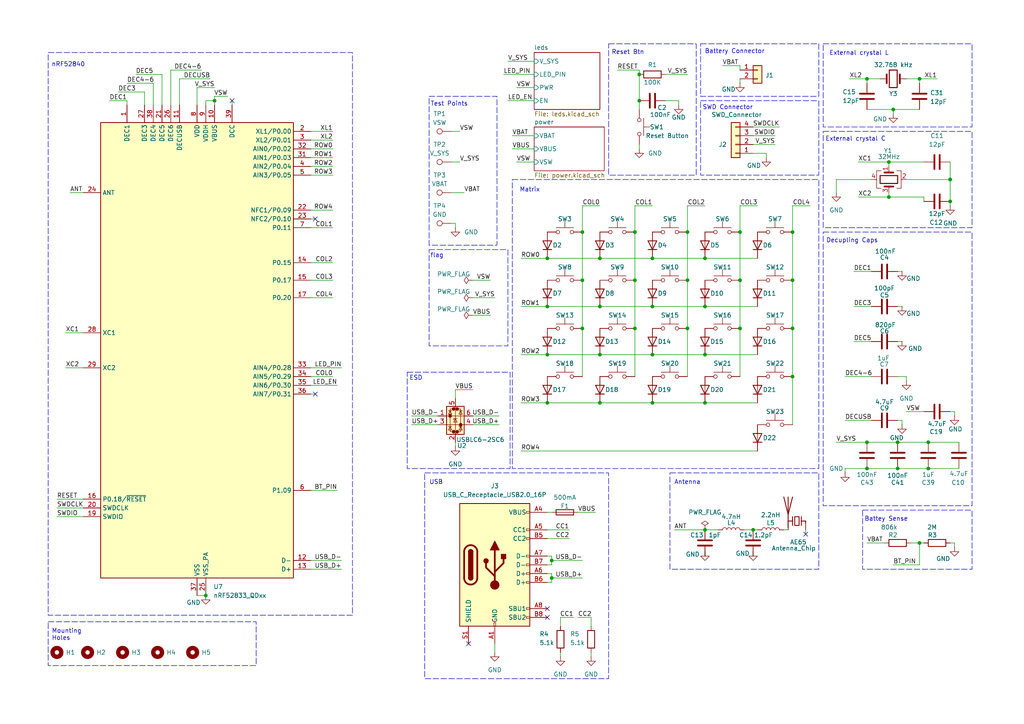
<source format=kicad_sch>
(kicad_sch (version 20241004) (generator "eeschema") (generator_version "8.99")
  (paper "A4")
  (rectangle (start 176.53 12.7) (end 201.93 50.8) (stroke (width 0) (type dash)))
  (rectangle (start 118.11 107.95) (end 147.955 135.89) (stroke (width 0) (type dash)))
  (rectangle (start 124.46 27.94) (end 144.145 71.12) (stroke (width 0) (type dash)))
  (rectangle (start 203.2 12.7) (end 237.49 27.94) (stroke (width 0) (type dash)))
  (rectangle (start 124.46 72.39) (end 147.32 100.33) (stroke (width 0) (type dash)))
  (rectangle (start 148.59 52.07) (end 237.49 135.89) (stroke (width 0) (type dash)))
  (rectangle (start 194.31 137.16) (end 237.49 165.1) (stroke (width 0) (type dash)))
  (rectangle (start 203.2 29.21) (end 237.49 50.8) (stroke (width 0) (type dash)))
  (rectangle (start 250.19 147.955) (end 281.94 165.1) (stroke (width 0) (type dash)))
  (rectangle (start 238.76 12.7) (end 281.94 36.83) (stroke (width 0) (type dash)))
  (rectangle (start 238.76 67.31) (end 281.94 146.685) (stroke (width 0) (type dash)))
  (rectangle (start 13.97 15.24) (end 102.235 178.435) (stroke (width 0) (type dash)))
  (rectangle (start 238.76 38.1) (end 281.94 66.04) (stroke (width 0) (type dash)))
  (rectangle (start 123.19 137.16) (end 176.53 196.85) (stroke (width 0) (type dash)))
  (rectangle (start 13.97 180.34) (end 74.295 193.04) (stroke (width 0) (type dash)))
  (text "Battery Connector\n" (at 213.106 14.986 0) (effects (font (size 1.27 1.27))))
  (text "Battey Sense\n" (at 257.048 150.622 0) (effects (font (size 1.27 1.27))))
  (text "USB\n" (at 126.492 139.954 0) (effects (font (size 1.27 1.27))))
  (text "Reset Btn" (at 182.118 15.24 0) (effects (font (size 1.27 1.27))))
  (text "Decupling Caps" (at 247.142 69.85 0) (effects (font (size 1.27 1.27))))
  (text "External crystal L\n" (at 249.174 15.494 0) (effects (font (size 1.27 1.27))))
  (text "flag\n" (at 126.746 74.168 0) (effects (font (size 1.27 1.27))))
  (text "Matrix\n" (at 153.67 55.118 0) (effects (font (size 1.27 1.27))))
  (text "External crystal C\n" (at 248.158 40.386 0) (effects (font (size 1.27 1.27))))
  (text "Mounting \nHoles" (at 14.986 184.15 0) (effects (font (size 1.27 1.27)) (justify left)))
  (text "Antenna\n\n" (at 199.39 140.97 0) (effects (font (size 1.27 1.27))))
  (text "Test Points\n" (at 130.302 30.226 0) (effects (font (size 1.27 1.27))))
  (text "nRF52840\n" (at 19.812 18.796 0) (effects (font (size 1.27 1.27))))
  (text "ESD\n" (at 120.65 109.728 0) (effects (font (size 1.27 1.27))))
  (text "SWD Connector\n" (at 211.074 31.242 0) (effects (font (size 1.27 1.27))))
  (junction (at 168.91 67.31))
  (junction (at 275.59 52.07))
  (junction (at 266.7 157.48))
  (junction (at 173.99 102.87))
  (junction (at 251.46 22.86))
  (junction (at 260.35 128.27))
  (junction (at 269.24 128.27))
  (junction (at 189.23 116.84))
  (junction (at 189.23 88.9))
  (junction (at 185.42 21.59))
  (junction (at 160.02 162.56))
  (junction (at 158.75 74.93))
  (junction (at 199.39 95.25))
  (junction (at 229.87 109.22))
  (junction (at 229.87 67.31))
  (junction (at 158.75 102.87))
  (junction (at 160.02 167.64))
  (junction (at 229.87 95.25))
  (junction (at 185.42 29.21))
  (junction (at 260.35 135.89))
  (junction (at 189.23 74.93))
  (junction (at 59.69 172.72))
  (junction (at 251.46 135.89))
  (junction (at 204.47 153.67))
  (junction (at 229.87 81.28))
  (junction (at 199.39 67.31))
  (junction (at 62.23 29.21))
  (junction (at 184.15 81.28))
  (junction (at 168.91 95.25))
  (junction (at 184.15 67.31))
  (junction (at 214.63 67.31))
  (junction (at 266.7 22.86))
  (junction (at 214.63 81.28))
  (junction (at 251.46 128.27))
  (junction (at 199.39 81.28))
  (junction (at 204.47 88.9))
  (junction (at 173.99 74.93))
  (junction (at 173.99 88.9))
  (junction (at 173.99 116.84))
  (junction (at 184.15 95.25))
  (junction (at 259.08 31.75))
  (junction (at 218.44 153.67))
  (junction (at 269.24 135.89))
  (junction (at 189.23 102.87))
  (junction (at 158.75 88.9))
  (junction (at 275.59 58.42))
  (junction (at 257.81 46.99))
  (junction (at 204.47 74.93))
  (junction (at 214.63 95.25))
  (junction (at 204.47 116.84))
  (junction (at 158.75 116.84))
  (junction (at 257.81 57.15))
  (junction (at 168.91 81.28))
  (junction (at 204.47 102.87))
  (no_connect (at 67.31 29.21))
  (no_connect (at 91.44 114.3))
  (no_connect (at 91.44 63.5))
  (no_connect (at 233.68 154.94))
  (no_connect (at 135.89 186.69))
  (no_connect (at 158.75 176.53))
  (no_connect (at 158.75 179.07))
  (wire (pts (xy 90.17 165.1) (xy 99.06 165.1)))
  (wire (pts (xy 151.13 88.9) (xy 158.75 88.9)))
  (wire (pts (xy 165.1 153.67) (xy 158.75 153.67)))
  (wire (pts (xy 262.89 22.86) (xy 266.7 22.86)))
  (wire (pts (xy 96.52 48.26) (xy 90.17 48.26)))
  (wire (pts (xy 257.81 46.99) (xy 257.81 48.26)))
  (wire (pts (xy 144.78 123.19) (xy 137.16 123.19)))
  (wire (pts (xy 59.69 29.21) (xy 59.69 30.48)))
  (wire (pts (xy 62.23 25.4) (xy 57.15 25.4)))
  (wire (pts (xy 158.75 168.91) (xy 160.02 168.91)))
  (wire (pts (xy 266.7 22.86) (xy 266.7 24.13)))
  (wire (pts (xy 247.65 88.9) (xy 252.73 88.9)))
  (wire (pts (xy 162.56 179.07) (xy 162.56 181.61)))
  (wire (pts (xy 34.29 26.67) (xy 41.91 26.67)))
  (wire (pts (xy 132.08 64.77) (xy 130.81 64.77)))
  (wire (pts (xy 19.05 96.52) (xy 24.13 96.52)))
  (wire (pts (xy 168.91 95.25) (xy 168.91 109.22)))
  (wire (pts (xy 261.62 99.06) (xy 260.35 99.06)))
  (wire (pts (xy 269.24 128.27) (xy 278.13 128.27)))
  (wire (pts (xy 275.59 52.07) (xy 275.59 58.42)))
  (wire (pts (xy 97.79 111.76) (xy 90.17 111.76)))
  (wire (pts (xy 166.37 179.07) (xy 162.56 179.07)))
  (wire (pts (xy 214.63 67.31) (xy 214.63 81.28)))
  (wire (pts (xy 259.08 31.75) (xy 266.7 31.75)))
  (wire (pts (xy 242.57 128.27) (xy 251.46 128.27)))
  (wire (pts (xy 173.99 88.9) (xy 189.23 88.9)))
  (wire (pts (xy 59.69 29.21) (xy 62.23 29.21)))
  (wire (pts (xy 262.89 110.49) (xy 262.89 109.22)))
  (wire (pts (xy 160.02 148.59) (xy 158.75 148.59)))
  (wire (pts (xy 158.75 166.37) (xy 160.02 166.37)))
  (wire (pts (xy 276.86 157.48) (xy 276.86 158.75)))
  (wire (pts (xy 199.39 95.25) (xy 199.39 109.22)))
  (wire (pts (xy 266.7 163.83) (xy 266.7 157.48)))
  (wire (pts (xy 251.46 128.27) (xy 260.35 128.27)))
  (wire (pts (xy 257.81 57.15) (xy 267.97 57.15)))
  (wire (pts (xy 96.52 50.8) (xy 90.17 50.8)))
  (wire (pts (xy 179.07 20.32) (xy 185.42 20.32)))
  (wire (pts (xy 184.15 95.25) (xy 184.15 109.22)))
  (wire (pts (xy 66.04 27.94) (xy 62.23 27.94)))
  (wire (pts (xy 185.42 31.75) (xy 185.42 29.21)))
  (wire (pts (xy 184.15 59.69) (xy 184.15 67.31)))
  (wire (pts (xy 196.85 29.21) (xy 193.04 29.21)))
  (wire (pts (xy 214.63 59.69) (xy 214.63 67.31)))
  (wire (pts (xy 16.51 147.32) (xy 24.13 147.32)))
  (wire (pts (xy 173.99 116.84) (xy 189.23 116.84)))
  (wire (pts (xy 46.99 21.59) (xy 46.99 30.48)))
  (wire (pts (xy 219.71 59.69) (xy 214.63 59.69)))
  (wire (pts (xy 143.51 86.36) (xy 137.16 86.36)))
  (wire (pts (xy 144.78 120.65) (xy 137.16 120.65)))
  (wire (pts (xy 199.39 21.59) (xy 193.04 21.59)))
  (wire (pts (xy 173.99 59.69) (xy 168.91 59.69)))
  (wire (pts (xy 261.62 88.9) (xy 260.35 88.9)))
  (wire (pts (xy 185.42 20.32) (xy 185.42 21.59)))
  (wire (pts (xy 262.89 119.38) (xy 267.97 119.38)))
  (wire (pts (xy 266.7 22.86) (xy 271.78 22.86)))
  (wire (pts (xy 259.08 33.02) (xy 259.08 31.75)))
  (wire (pts (xy 96.52 66.04) (xy 90.17 66.04)))
  (wire (pts (xy 39.37 21.59) (xy 46.99 21.59)))
  (wire (pts (xy 151.13 130.81) (xy 219.71 130.81)))
  (wire (pts (xy 149.86 46.99) (xy 154.94 46.99)))
  (wire (pts (xy 168.91 162.56) (xy 160.02 162.56)))
  (wire (pts (xy 251.46 22.86) (xy 251.46 24.13)))
  (wire (pts (xy 229.87 67.31) (xy 229.87 81.28)))
  (wire (pts (xy 204.47 161.29) (xy 204.47 160.02)))
  (wire (pts (xy 261.62 121.92) (xy 260.35 121.92)))
  (wire (pts (xy 96.52 43.18) (xy 90.17 43.18)))
  (wire (pts (xy 252.73 99.06) (xy 247.65 99.06)))
  (wire (pts (xy 204.47 88.9) (xy 219.71 88.9)))
  (wire (pts (xy 142.24 81.28) (xy 137.16 81.28)))
  (wire (pts (xy 62.23 27.94) (xy 62.23 29.21)))
  (wire (pts (xy 247.65 78.74) (xy 252.73 78.74)))
  (wire (pts (xy 224.79 39.37) (xy 218.44 39.37)))
  (wire (pts (xy 91.44 63.5) (xy 90.17 63.5)))
  (wire (pts (xy 132.08 129.54) (xy 132.08 128.27)))
  (wire (pts (xy 148.59 43.18) (xy 154.94 43.18)))
  (wire (pts (xy 143.51 186.69) (xy 143.51 189.23)))
  (wire (pts (xy 251.46 135.89) (xy 260.35 135.89)))
  (wire (pts (xy 276.86 119.38) (xy 275.59 119.38)))
  (wire (pts (xy 262.89 52.07) (xy 275.59 52.07)))
  (wire (pts (xy 91.44 114.3) (xy 90.17 114.3)))
  (wire (pts (xy 209.55 19.05) (xy 214.63 19.05)))
  (wire (pts (xy 134.62 55.88) (xy 130.81 55.88)))
  (wire (pts (xy 160.02 161.29) (xy 160.02 162.56)))
  (wire (pts (xy 245.11 121.92) (xy 252.73 121.92)))
  (wire (pts (xy 171.45 190.5) (xy 171.45 189.23)))
  (wire (pts (xy 261.62 121.92) (xy 261.62 123.19)))
  (wire (pts (xy 218.44 44.45) (xy 222.25 44.45)))
  (wire (pts (xy 222.25 44.45) (xy 222.25 45.72)))
  (wire (pts (xy 229.87 81.28) (xy 229.87 95.25)))
  (wire (pts (xy 171.45 179.07) (xy 171.45 181.61)))
  (wire (pts (xy 264.16 157.48) (xy 266.7 157.48)))
  (wire (pts (xy 173.99 74.93) (xy 189.23 74.93)))
  (wire (pts (xy 214.63 19.05) (xy 214.63 20.32)))
  (wire (pts (xy 133.35 46.99) (xy 130.81 46.99)))
  (wire (pts (xy 248.92 57.15) (xy 257.81 57.15)))
  (wire (pts (xy 226.06 36.83) (xy 218.44 36.83)))
  (wire (pts (xy 261.62 78.74) (xy 260.35 78.74)))
  (wire (pts (xy 96.52 76.2) (xy 90.17 76.2)))
  (wire (pts (xy 147.32 17.78) (xy 154.94 17.78)))
  (wire (pts (xy 267.97 57.15) (xy 267.97 58.42)))
  (wire (pts (xy 41.91 26.67) (xy 41.91 30.48)))
  (wire (pts (xy 257.81 57.15) (xy 257.81 55.88)))
  (wire (pts (xy 185.42 29.21) (xy 185.42 21.59)))
  (wire (pts (xy 204.47 116.84) (xy 219.71 116.84)))
  (wire (pts (xy 184.15 81.28) (xy 184.15 95.25)))
  (wire (pts (xy 189.23 74.93) (xy 204.47 74.93)))
  (wire (pts (xy 158.75 88.9) (xy 173.99 88.9)))
  (wire (pts (xy 62.23 29.21) (xy 62.23 30.48)))
  (wire (pts (xy 60.96 22.86) (xy 52.07 22.86)))
  (wire (pts (xy 49.53 20.32) (xy 49.53 30.48)))
  (wire (pts (xy 248.92 46.99) (xy 257.81 46.99)))
  (wire (pts (xy 133.35 38.1) (xy 130.81 38.1)))
  (wire (pts (xy 257.81 46.99) (xy 267.97 46.99)))
  (wire (pts (xy 158.75 102.87) (xy 173.99 102.87)))
  (wire (pts (xy 151.13 116.84) (xy 158.75 116.84)))
  (wire (pts (xy 172.72 148.59) (xy 167.64 148.59)))
  (wire (pts (xy 218.44 41.91) (xy 224.79 41.91)))
  (wire (pts (xy 266.7 157.48) (xy 267.97 157.48)))
  (wire (pts (xy 189.23 88.9) (xy 204.47 88.9)))
  (wire (pts (xy 275.59 58.42) (xy 275.59 59.69)))
  (wire (pts (xy 215.9 153.67) (xy 218.44 153.67)))
  (wire (pts (xy 245.11 135.89) (xy 245.11 137.16)))
  (wire (pts (xy 160.02 162.56) (xy 160.02 163.83)))
  (wire (pts (xy 251.46 157.48) (xy 256.54 157.48)))
  (wire (pts (xy 151.13 74.93) (xy 158.75 74.93)))
  (wire (pts (xy 218.44 153.67) (xy 219.71 153.67)))
  (wire (pts (xy 245.11 109.22) (xy 252.73 109.22)))
  (wire (pts (xy 276.86 119.38) (xy 276.86 120.65)))
  (wire (pts (xy 96.52 60.96) (xy 90.17 60.96)))
  (wire (pts (xy 119.38 123.19) (xy 127 123.19)))
  (wire (pts (xy 31.75 29.21) (xy 36.83 29.21)))
  (wire (pts (xy 168.91 67.31) (xy 168.91 81.28)))
  (wire (pts (xy 199.39 67.31) (xy 199.39 81.28)))
  (wire (pts (xy 165.1 156.21) (xy 158.75 156.21)))
  (wire (pts (xy 16.51 149.86) (xy 24.13 149.86)))
  (wire (pts (xy 132.08 113.03) (xy 132.08 115.57)))
  (wire (pts (xy 189.23 59.69) (xy 184.15 59.69)))
  (wire (pts (xy 96.52 109.22) (xy 90.17 109.22)))
  (wire (pts (xy 67.31 29.21) (xy 67.31 30.48)))
  (wire (pts (xy 251.46 31.75) (xy 259.08 31.75)))
  (wire (pts (xy 168.91 59.69) (xy 168.91 67.31)))
  (wire (pts (xy 132.08 64.77) (xy 132.08 66.04)))
  (wire (pts (xy 160.02 163.83) (xy 158.75 163.83)))
  (wire (pts (xy 160.02 167.64) (xy 160.02 168.91)))
  (wire (pts (xy 189.23 102.87) (xy 204.47 102.87)))
  (wire (pts (xy 199.39 81.28) (xy 199.39 95.25)))
  (wire (pts (xy 275.59 46.99) (xy 275.59 52.07)))
  (wire (pts (xy 242.57 52.07) (xy 242.57 55.88)))
  (wire (pts (xy 158.75 116.84) (xy 173.99 116.84)))
  (wire (pts (xy 96.52 45.72) (xy 90.17 45.72)))
  (wire (pts (xy 96.52 38.1) (xy 90.17 38.1)))
  (wire (pts (xy 262.89 109.22) (xy 260.35 109.22)))
  (wire (pts (xy 229.87 109.22) (xy 229.87 123.19)))
  (wire (pts (xy 199.39 59.69) (xy 199.39 67.31)))
  (wire (pts (xy 147.32 29.21) (xy 154.94 29.21)))
  (wire (pts (xy 146.05 21.59) (xy 154.94 21.59)))
  (wire (pts (xy 173.99 102.87) (xy 189.23 102.87)))
  (wire (pts (xy 208.28 153.67) (xy 204.47 153.67)))
  (wire (pts (xy 36.83 24.13) (xy 44.45 24.13)))
  (wire (pts (xy 16.51 144.78) (xy 24.13 144.78)))
  (wire (pts (xy 245.11 135.89) (xy 251.46 135.89)))
  (wire (pts (xy 204.47 102.87) (xy 219.71 102.87)))
  (wire (pts (xy 218.44 161.29) (xy 218.44 160.02)))
  (wire (pts (xy 269.24 135.89) (xy 278.13 135.89)))
  (wire (pts (xy 167.64 179.07) (xy 171.45 179.07)))
  (wire (pts (xy 227.33 153.67) (xy 228.6 153.67)))
  (wire (pts (xy 97.79 142.24) (xy 90.17 142.24)))
  (wire (pts (xy 96.52 40.64) (xy 90.17 40.64)))
  (wire (pts (xy 148.59 39.37) (xy 154.94 39.37)))
  (wire (pts (xy 162.56 190.5) (xy 162.56 189.23)))
  (wire (pts (xy 204.47 59.69) (xy 199.39 59.69)))
  (wire (pts (xy 96.52 81.28) (xy 90.17 81.28)))
  (wire (pts (xy 214.63 24.13) (xy 214.63 22.86)))
  (wire (pts (xy 234.95 59.69) (xy 229.87 59.69)))
  (wire (pts (xy 52.07 22.86) (xy 52.07 30.48)))
  (wire (pts (xy 57.15 25.4) (xy 57.15 30.48)))
  (wire (pts (xy 158.75 74.93) (xy 173.99 74.93)))
  (wire (pts (xy 260.35 135.89) (xy 269.24 135.89)))
  (wire (pts (xy 260.35 128.27) (xy 269.24 128.27)))
  (wire (pts (xy 142.24 91.44) (xy 137.16 91.44)))
  (wire (pts (xy 229.87 59.69) (xy 229.87 67.31)))
  (wire (pts (xy 196.85 30.48) (xy 196.85 29.21)))
  (wire (pts (xy 259.08 163.83) (xy 266.7 163.83)))
  (wire (pts (xy 36.83 29.21) (xy 36.83 30.48)))
  (wire (pts (xy 251.46 22.86) (xy 255.27 22.86)))
  (wire (pts (xy 229.87 95.25) (xy 229.87 109.22)))
  (wire (pts (xy 44.45 24.13) (xy 44.45 30.48)))
  (wire (pts (xy 99.06 106.68) (xy 90.17 106.68)))
  (wire (pts (xy 90.17 162.56) (xy 99.06 162.56)))
  (wire (pts (xy 137.16 113.03) (xy 132.08 113.03)))
  (wire (pts (xy 184.15 67.31) (xy 184.15 81.28)))
  (wire (pts (xy 151.13 102.87) (xy 158.75 102.87)))
  (wire (pts (xy 276.86 157.48) (xy 275.59 157.48)))
  (wire (pts (xy 149.86 25.4) (xy 154.94 25.4)))
  (wire (pts (xy 160.02 167.64) (xy 168.91 167.64)))
  (wire (pts (xy 246.38 22.86) (xy 251.46 22.86)))
  (wire (pts (xy 20.32 55.88) (xy 24.13 55.88)))
  (wire (pts (xy 195.58 153.67) (xy 204.47 153.67)))
  (wire (pts (xy 189.23 116.84) (xy 204.47 116.84)))
  (wire (pts (xy 168.91 81.28) (xy 168.91 95.25)))
  (wire (pts (xy 96.52 86.36) (xy 90.17 86.36)))
  (wire (pts (xy 214.63 95.25) (xy 214.63 109.22)))
  (wire (pts (xy 252.73 52.07) (xy 242.57 52.07)))
  (wire (pts (xy 119.38 120.65) (xy 127 120.65)))
  (wire (pts (xy 160.02 166.37) (xy 160.02 167.64)))
  (wire (pts (xy 185.42 43.18) (xy 185.42 41.91)))
  (wire (pts (xy 19.05 106.68) (xy 24.13 106.68)))
  (wire (pts (xy 58.42 20.32) (xy 49.53 20.32)))
  (wire (pts (xy 158.75 161.29) (xy 160.02 161.29)))
  (wire (pts (xy 233.68 154.94) (xy 233.68 153.67)))
  (wire (pts (xy 214.63 81.28) (xy 214.63 95.25)))
  (wire (pts (xy 57.15 172.72) (xy 59.69 172.72)))
  (wire (pts (xy 204.47 74.93) (xy 219.71 74.93)))
  (label "DEC4-6" (at 58.42 20.32 180))
  (label "USB_D+" (at 99.06 165.1 180))
  (label "VBUS" (at 142.24 91.44 180))
  (label "V_SYS" (at 224.79 41.91 180))
  (label "V_SYS" (at 62.23 25.4 180))
  (label "XL2" (at 246.38 22.86 0))
  (label "V_SYS" (at 242.57 128.27 0))
  (label "COL1" (at 96.52 66.04 180))
  (label "VBAT" (at 148.59 39.37 0))
  (label "USB_D+" (at 144.78 123.19 180))
  (label "ROW1" (at 151.13 88.9 0))
  (label "DEC5" (at 247.65 99.06 0))
  (label "SWDIO" (at 16.51 149.86 0))
  (label "V_SYS" (at 133.35 46.99 0))
  (label "RESET" (at 179.07 20.32 0))
  (label "DECUSB" (at 60.96 22.86 180))
  (label "COL3" (at 219.71 59.69 180))
  (label "BT_PIN" (at 97.79 142.24 180))
  (label "ROW0" (at 96.52 43.18 180))
  (label "V_SYS" (at 199.39 21.59 180))
  (label "ROW0" (at 151.13 74.93 0))
  (label "DEC1" (at 247.65 78.74 0))
  (label "CC1" (at 166.37 179.07 180))
  (label "DEC4-6" (at 245.11 109.22 0))
  (label "V_SYS" (at 143.51 86.36 180))
  (label "DEC3" (at 34.29 26.67 0))
  (label "LED_PIN" (at 146.05 21.59 0))
  (label "SWDCLK" (at 16.51 147.32 0))
  (label "VSW" (at 149.86 46.99 0))
  (label "XC1" (at 248.92 46.99 0))
  (label "ROW3" (at 151.13 116.84 0))
  (label "ROW2" (at 151.13 102.87 0))
  (label "VBUS" (at 137.16 113.03 180))
  (label "VBUS" (at 172.72 148.59 180))
  (label "VBAT" (at 209.55 19.05 0))
  (label "DEC4-6" (at 36.83 24.13 0))
  (label "VSW" (at 262.89 119.38 0))
  (label "USB_D-" (at 144.78 120.65 180))
  (label "XC2" (at 19.05 106.68 0))
  (label "LED_PIN" (at 99.06 106.68 180))
  (label "DEC1" (at 31.75 29.21 0))
  (label "SWDCLK" (at 226.06 36.83 180))
  (label "VBAT" (at 251.46 157.48 0))
  (label "USB_D+" (at 119.38 123.19 0))
  (label "CC2" (at 165.1 156.21 180))
  (label "CC2" (at 167.64 179.07 0))
  (label "SWDIO" (at 224.79 39.37 180))
  (label "DECUSB" (at 245.11 121.92 0))
  (label "VSW" (at 149.86 25.4 0))
  (label "COL4" (at 234.95 59.69 180))
  (label "ROW3" (at 96.52 50.8 180))
  (label "XC2" (at 248.92 57.15 0))
  (label "COL0" (at 173.99 59.69 180))
  (label "USB_D-" (at 119.38 120.65 0))
  (label "LED_EN" (at 147.32 29.21 0))
  (label "BT_PIN" (at 259.08 163.83 0))
  (label "USB_D+" (at 168.91 167.64 180))
  (label "XL2" (at 96.52 40.64 180))
  (label "COL3" (at 96.52 81.28 180))
  (label "USB_D-" (at 168.91 162.56 180))
  (label "ROW4" (at 151.13 130.81 0))
  (label "V_SYS" (at 147.32 17.78 0))
  (label "ANT" (at 20.32 55.88 0))
  (label "VSW" (at 66.04 27.94 180))
  (label "COL1" (at 189.23 59.69 180))
  (label "USB_D-" (at 99.06 162.56 180))
  (label "DEC3" (at 247.65 88.9 0))
  (label "VSW" (at 133.35 38.1 0))
  (label "LED_EN" (at 97.79 111.76 180))
  (label "ROW4" (at 96.52 60.96 180))
  (label "CC1" (at 165.1 153.67 180))
  (label "COL2" (at 204.47 59.69 180))
  (label "COL4" (at 96.52 86.36 180))
  (label "COL2" (at 96.52 76.2 180))
  (label "ANT" (at 195.58 153.67 0))
  (label "ROW2" (at 96.52 48.26 180))
  (label "VBAT" (at 134.62 55.88 0))
  (label "COL0" (at 96.52 109.22 180))
  (label "XC1" (at 19.05 96.52 0))
  (label "RESET" (at 16.51 144.78 0))
  (label "VBUS" (at 148.59 43.18 0))
  (label "ROW1" (at 96.52 45.72 180))
  (label "XL1" (at 271.78 22.86 180))
  (label "VSW" (at 142.24 81.28 180))
  (label "DEC5" (at 39.37 21.59 0))
  (label "XL1" (at 96.52 38.1 180))
  (symbol (lib_id "Switch:SW_Push") (at 194.31 95.25 0) (unit 1)
    (property "Reference" "SW15" (at 194.31 91.44 0))
    (property "Value" "SW_Push" (effects (hide yes)))
    (property "Footprint" "PCM_Switch_Keyboard_Hotswap_Kailh:SW_Hotswap_Kailh_Choc_V1V2_1.00u" (effects (hide yes)))
    (property "Description" "Push button switch, generic, two pins" (effects (hide yes)))
    (property "LCSC" "C5333465" (effects (hide yes)))
    (instances (project "koeg-board-pcb" (path "" (reference "SW15") (unit 1)) (path "" (reference "SW38") (unit 1))))
  )
  (symbol (lib_id "Switch:SW_Push") (at 163.83 67.31 0) (unit 1)
    (property "Reference" "SW3" (at 163.83 63.5 0))
    (property "Value" "SW_Push" (effects (hide yes)))
    (property "Footprint" "PCM_Switch_Keyboard_Hotswap_Kailh:SW_Hotswap_Kailh_Choc_V1V2_1.00u" (effects (hide yes)))
    (property "Description" "Push button switch, generic, two pins" (effects (hide yes)))
    (property "LCSC" "C5333465" (effects (hide yes)))
    (instances (project "koeg-board-pcb" (path "" (reference "SW3") (unit 1)) (path "" (reference "SW26") (unit 1))))
  )
  (symbol (lib_id "power:GND") (at 261.62 88.9 0) (unit 1)
    (property "Reference" "#PWR018" (effects (hide yes)))
    (property "Value" "GND" (at 264.922 90.932 0))
    (property "Description" "Power symbol creates a global label with name \"GND\" , ground" (effects (hide yes)))
    (instances (project "koeg-board-pcb" (path "" (reference "#PWR018") (unit 1)) (path "" (reference "#PWR074") (unit 1))))
  )
  (symbol (lib_id "Device:C") (at 271.78 58.42 90) (mirror x) (unit 1)
    (property "Reference" "C12" (at 271.526 64.516 90))
    (property "Value" "12pF" (at 271.78 61.976 90))
    (property "Footprint" "Capacitor_SMD:C_0402_1005Metric" (effects (hide yes)))
    (property "Description" "Unpolarized capacitor" (effects (hide yes)))
    (property "LCSC" "C106201" (effects (hide yes)))
    (instances (project "koeg-board-pcb" (path "" (reference "C12") (unit 1)) (path "" (reference "C28") (unit 1))))
  )
  (symbol (lib_id "Switch:SW_Push") (at 224.79 123.19 0) (unit 1)
    (property "Reference" "SW23" (at 224.79 119.38 0))
    (property "Value" "SW_Push" (effects (hide yes)))
    (property "Footprint" "PCM_Switch_Keyboard_Hotswap_Kailh:SW_Hotswap_Kailh_Choc_V1V2_1.75u_90deg" (effects (hide yes)))
    (property "Description" "Push button switch, generic, two pins" (effects (hide yes)))
    (property "LCSC" "C5333465" (effects (hide yes)))
    (instances (project "koeg-board-pcb" (path "" (reference "SW23") (unit 1)) (path "" (reference "SW46") (unit 1))))
  )
  (symbol (lib_id "Device:C") (at 266.7 27.94 180) (unit 1)
    (property "Reference" "C31" (at 269.748 26.924 0) (effects (justify right)))
    (property "Value" "12pF" (at 269.748 29.464 0) (effects (justify right)))
    (property "Footprint" "Capacitor_SMD:C_0402_1005Metric" (effects (hide yes)))
    (property "Description" "Unpolarized capacitor" (effects (hide yes)))
    (property "LCSC" "C106201" (effects (hide yes)))
    (instances (project "koeg-board-pcb" (path "" (reference "C31") (unit 1)) (path "" (reference "C32") (unit 1))))
  )
  (symbol (lib_id "Switch:SW_Push") (at 224.79 81.28 0) (unit 1)
    (property "Reference" "SW12" (at 224.79 77.47 0))
    (property "Value" "SW_Push" (effects (hide yes)))
    (property "Footprint" "PCM_Switch_Keyboard_Hotswap_Kailh:SW_Hotswap_Kailh_Choc_V1V2_1.00u" (effects (hide yes)))
    (property "Description" "Push button switch, generic, two pins" (effects (hide yes)))
    (property "LCSC" "C5333465" (effects (hide yes)))
    (instances (project "koeg-board-pcb" (path "" (reference "SW12") (unit 1)) (path "" (reference "SW35") (unit 1))))
  )
  (symbol (lib_id "power:GND") (at 276.86 120.65 0) (mirror y) (unit 1)
    (property "Reference" "#PWR023" (effects (hide yes)))
    (property "Value" "GND" (at 277.114 124.46 0))
    (property "Description" "Power symbol creates a global label with name \"GND\" , ground" (effects (hide yes)))
    (instances (project "koeg-board-pcb" (path "" (reference "#PWR023") (unit 1)) (path "" (reference "#PWR025") (unit 1))))
  )
  (symbol (lib_id "Mechanical:MountingHole") (at 55.88 189.23 180) (unit 1) (exclude_from_sim yes) (in_bom no)
    (property "Reference" "H5" (at 58.42 189.2299 0) (effects (justify right)))
    (property "Value" "MountingHole" (effects (hide yes)))
    (property "Footprint" "MountingHole:MountingHole_2mm" (effects (hide yes)))
    (property "Description" "Mounting Hole without connection" (effects (hide yes)))
    (instances (project "koeg-board-pcb" (path "" (reference "H5") (unit 1)) (path "" (reference "H10") (unit 1))))
  )
  (symbol (lib_id "power:GND") (at 218.44 160.02 0) (mirror y) (unit 1)
    (property "Reference" "#PWR039" (effects (hide yes)))
    (property "Value" "GND" (at 215.392 160.528 0))
    (property "Description" "Power symbol creates a global label with name \"GND\" , ground" (effects (hide yes)))
    (instances (project "koeg-board-pcb" (path "" (reference "#PWR039") (unit 1)) (path "" (reference "#PWR095") (unit 1))))
  )
  (symbol (lib_id "Connector:USB_C_Receptacle_USB2.0_16P") (at 143.51 163.83 0) (unit 1)
    (property "Reference" "J3" (at 143.51 140.97 0))
    (property "Value" "USB_C_Receptacle_USB2.0_16P" (at 143.51 143.51 0))
    (property "Footprint" "Connector_USB:USB_C_Receptacle_G-Switch_GT-USB-7010ASV" (effects (hide yes)))
    (property "Datasheet" "https://www.usb.org/sites/default/files/documents/usb_type-c.zip" (effects (hide yes)))
    (property "Description" "USB 2.0-only 16P Type-C Receptacle connector" (effects (hide yes)))
    (property "LCSC" "C2988369" (effects (hide yes)))
    (instances (project "" (path "" (reference "J3") (unit 1)) (path "" (reference "J6") (unit 1))))
  )
  (symbol (lib_id "Device:R") (at 162.56 185.42 0) (unit 1)
    (property "Reference" "R4" (at 156.464 183.896 0) (effects (justify left)))
    (property "Value" "5.1k" (at 156.464 186.436 0) (effects (justify left)))
    (property "Footprint" "Resistor_SMD:R_0402_1005Metric" (effects (hide yes)))
    (property "Description" "Resistor" (effects (hide yes)))
    (property "LCSC" "C25905" (effects (hide yes)))
    (instances (project "koeg-board-pcb" (path "" (reference "R4") (unit 1)) (path "" (reference "R11") (unit 1))))
  )
  (symbol (lib_id "Device:D") (at 204.47 99.06 90) (unit 1)
    (property "Reference" "D15" (at 205.994 99.06 90) (effects (justify right)))
    (property "Value" "1N5819" (effects (hide yes)))
    (property "Footprint" "Diode_SMD:D_SOD-123" (effects (hide yes)))
    (property "Description" "Diode" (effects (hide yes)))
    (property "Sim.Device" "D" (effects (hide yes)))
    (property "Sim.Pins" "1=K 2=A" (effects (hide yes)))
    (property "LCSC" "C963381" (effects (hide yes)))
    (instances (project "koeg-board-pcb" (path "" (reference "D15") (unit 1)) (path "" (reference "D57") (unit 1))))
  )
  (symbol (lib_id "Device:C") (at 271.78 119.38 90) (mirror x) (unit 1)
    (property "Reference" "C19" (at 271.526 125.222 90))
    (property "Value" "4.7uF" (at 271.78 122.936 90))
    (property "Footprint" "Capacitor_SMD:C_0603_1608Metric" (effects (hide yes)))
    (property "Description" "Unpolarized capacitor" (effects (hide yes)))
    (property "LCSC" "C1705" (effects (hide yes)))
    (instances (project "koeg-board-pcb" (path "" (reference "C19") (unit 1)) (path "" (reference "C24") (unit 1))))
  )
  (symbol (lib_id "power:GND") (at 162.56 190.5 0) (unit 1)
    (property "Reference" "#PWR041" (effects (hide yes)))
    (property "Value" "GND" (at 162.56 195.58 0))
    (property "Description" "Power symbol creates a global label with name \"GND\" , ground" (effects (hide yes)))
    (instances (project "koeg-board-pcb" (path "" (reference "#PWR041") (unit 1)) (path "" (reference "#PWR097") (unit 1))))
  )
  (symbol (lib_id "Device:D") (at 204.47 113.03 90) (unit 1)
    (property "Reference" "D20" (at 205.994 113.03 90) (effects (justify right)))
    (property "Value" "1N5819" (effects (hide yes)))
    (property "Footprint" "Diode_SMD:D_SOD-123" (effects (hide yes)))
    (property "Description" "Diode" (effects (hide yes)))
    (property "Sim.Device" "D" (effects (hide yes)))
    (property "Sim.Pins" "1=K 2=A" (effects (hide yes)))
    (property "LCSC" "C963381" (effects (hide yes)))
    (instances (project "koeg-board-pcb" (path "" (reference "D20") (unit 1)) (path "" (reference "D62") (unit 1))))
  )
  (symbol (lib_id "Mechanical:MountingHole") (at 35.56 189.23 180) (unit 1) (exclude_from_sim yes) (in_bom no)
    (property "Reference" "H3" (at 38.1 189.2299 0) (effects (justify right)))
    (property "Value" "MountingHole" (effects (hide yes)))
    (property "Footprint" "MountingHole:MountingHole_2mm" (effects (hide yes)))
    (property "Description" "Mounting Hole without connection" (effects (hide yes)))
    (instances (project "koeg-board-pcb" (path "" (reference "H3") (unit 1)) (path "" (reference "H8") (unit 1))))
  )
  (symbol (lib_id "power:PWR_FLAG") (at 137.16 86.36 90) (unit 1)
    (property "Reference" "#FLG04" (effects (hide yes)))
    (property "Value" "PWR_FLAG" (at 131.572 84.582 90))
    (property "Description" "Special symbol for telling ERC where power comes from" (effects (hide yes)))
    (instances (project "koeg-board-pcb" (path "" (reference "#FLG04") (unit 1)) (path "" (reference "#FLG012") (unit 1))))
  )
  (symbol (lib_id "power:GND") (at 242.57 55.88 0) (mirror y) (unit 1)
    (property "Reference" "#PWR027" (effects (hide yes)))
    (property "Value" "GND" (at 242.57 60.96 0))
    (property "Description" "Power symbol creates a global label with name \"GND\" , ground" (effects (hide yes)))
    (instances (project "koeg-board-pcb" (path "" (reference "#PWR027") (unit 1)) (path "" (reference "#PWR083") (unit 1))))
  )
  (symbol (lib_id "Switch:SW_Push") (at 179.07 67.31 0) (unit 1)
    (property "Reference" "SW4" (at 179.07 63.5 0))
    (property "Value" "SW_Push" (effects (hide yes)))
    (property "Footprint" "PCM_Switch_Keyboard_Hotswap_Kailh:SW_Hotswap_Kailh_Choc_V1V2_1.00u" (effects (hide yes)))
    (property "Description" "Push button switch, generic, two pins" (effects (hide yes)))
    (property "LCSC" "C5333465" (effects (hide yes)))
    (instances (project "koeg-board-pcb" (path "" (reference "SW4") (unit 1)) (path "" (reference "SW27") (unit 1))))
  )
  (symbol (lib_id "Device:D") (at 158.75 85.09 90) (unit 1)
    (property "Reference" "D7" (at 160.274 85.09 90) (effects (justify right)))
    (property "Value" "1N5819" (effects (hide yes)))
    (property "Footprint" "Diode_SMD:D_SOD-123" (effects (hide yes)))
    (property "Description" "Diode" (effects (hide yes)))
    (property "Sim.Device" "D" (effects (hide yes)))
    (property "Sim.Pins" "1=K 2=A" (effects (hide yes)))
    (property "LCSC" "C963381" (effects (hide yes)))
    (instances (project "koeg-board-pcb" (path "" (reference "D7") (unit 1)) (path "" (reference "D49") (unit 1))))
  )
  (symbol (lib_id "Device:D") (at 158.75 99.06 90) (unit 1)
    (property "Reference" "D12" (at 160.274 99.06 90) (effects (justify right)))
    (property "Value" "1N5819" (effects (hide yes)))
    (property "Footprint" "Diode_SMD:D_SOD-123" (effects (hide yes)))
    (property "Description" "Diode" (effects (hide yes)))
    (property "Sim.Device" "D" (effects (hide yes)))
    (property "Sim.Pins" "1=K 2=A" (effects (hide yes)))
    (property "LCSC" "C963381" (effects (hide yes)))
    (instances (project "koeg-board-pcb" (path "" (reference "D12") (unit 1)) (path "" (reference "D54") (unit 1))))
  )
  (symbol (lib_id "power:GND") (at 196.85 30.48 0) (unit 1)
    (property "Reference" "#PWR07" (effects (hide yes)))
    (property "Value" "GND" (at 198.882 34.036 0) (effects (justify right)))
    (property "Description" "Power symbol creates a global label with name \"GND\" , ground" (effects (hide yes)))
    (instances (project "koeg-board-pcb" (path "" (reference "#PWR07") (unit 1)) (path "" (reference "#PWR063") (unit 1))))
  )
  (symbol (lib_id "Switch:SW_Push") (at 163.83 81.28 0) (unit 1)
    (property "Reference" "SW8" (at 163.83 77.47 0))
    (property "Value" "SW_Push" (effects (hide yes)))
    (property "Footprint" "PCM_Switch_Keyboard_Hotswap_Kailh:SW_Hotswap_Kailh_Choc_V1V2_1.00u" (effects (hide yes)))
    (property "Description" "Push button switch, generic, two pins" (effects (hide yes)))
    (property "LCSC" "C5333465" (effects (hide yes)))
    (instances (project "koeg-board-pcb" (path "" (reference "SW8") (unit 1)) (path "" (reference "SW31") (unit 1))))
  )
  (symbol (lib_id "power:GND") (at 259.08 33.02 0) (unit 1)
    (property "Reference" "#PWR05" (effects (hide yes)))
    (property "Value" "GND" (at 257.302 34.544 0) (effects (justify right)))
    (property "Description" "Power symbol creates a global label with name \"GND\" , ground" (effects (hide yes)))
    (instances (project "koeg-board-pcb" (path "" (reference "#PWR05") (unit 1)) (path "" (reference "#PWR012") (unit 1))))
  )
  (symbol (lib_id "Connector:TestPoint") (at 130.81 64.77 90) (unit 1) (in_bom no)
    (property "Reference" "TP4" (at 127.508 59.69 90))
    (property "Value" "GND" (at 127.508 62.23 90))
    (property "Footprint" "TestPoint:TestPoint_Pad_D2.0mm" (effects (hide yes)))
    (property "Description" "test point" (effects (hide yes)))
    (instances (project "koeg-board-pcb" (path "" (reference "TP4") (unit 1)) (path "" (reference "TP8") (unit 1))))
  )
  (symbol (lib_id "Device:C") (at 218.44 157.48 0) (unit 1)
    (property "Reference" "C14" (at 214.376 155.194 0) (effects (justify left)))
    (property "Value" "1.2pF" (at 218.694 155.194 0) (effects (justify left)))
    (property "Footprint" "Capacitor_SMD:C_0402_1005Metric" (effects (hide yes)))
    (property "Description" "Unpolarized capacitor" (effects (hide yes)))
    (property "LCSC" " C327292" (effects (hide yes)))
    (instances (project "koeg-board-pcb" (path "" (reference "C14") (unit 1)) (path "" (reference "C30") (unit 1))))
  )
  (symbol (lib_id "Switch:SW_Push") (at 209.55 95.25 0) (unit 1)
    (property "Reference" "SW16" (at 209.55 91.44 0))
    (property "Value" "SW_Push" (effects (hide yes)))
    (property "Footprint" "PCM_Switch_Keyboard_Hotswap_Kailh:SW_Hotswap_Kailh_Choc_V1V2_1.00u" (effects (hide yes)))
    (property "Description" "Push button switch, generic, two pins" (effects (hide yes)))
    (property "LCSC" "C5333465" (effects (hide yes)))
    (instances (project "koeg-board-pcb" (path "" (reference "SW16") (unit 1)) (path "" (reference "SW39") (unit 1))))
  )
  (symbol (lib_id "power:GND") (at 245.11 137.16 0) (unit 1)
    (property "Reference" "#PWR024" (effects (hide yes)))
    (property "Value" "GND" (at 242.57 135.89 0))
    (property "Description" "Power symbol creates a global label with name \"GND\" , ground" (effects (hide yes)))
    (instances (project "koeg-board-pcb" (path "" (reference "#PWR024") (unit 1)) (path "" (reference "#PWR080") (unit 1))))
  )
  (symbol (lib_id "MCU_Nordic:nRF52833_QDxx") (at 57.15 101.6 0) (unit 1)
    (property "Reference" "U7" (at 61.8841 170.18 0) (effects (justify left)))
    (property "Value" "nRF52833_QDxx" (at 61.8841 172.72 0) (effects (justify left)))
    (property "Footprint" "Package_DFN_QFN:QFN-40-1EP_5x5mm_P0.4mm_EP3.6x3.6mm" (effects (hide yes)))
    (property "Datasheet" "https://infocenter.nordicsemi.com/pdf/nRF52833_PS_v1.5.pdf" (effects (hide yes)))
    (property "Description" "Multiprotocol BLE/ANT/2.4 GHz/802.15.4 Cortex-M4F SoC, QFN-40" (effects (hide yes)))
    (property "LCSC" "C2895249" (effects (hide yes)))
    (instances (project "" (path "" (reference "U7") (unit 1)) (path "" (reference "U8") (unit 1))))
  )
  (symbol (lib_id "Device:C") (at 256.54 88.9 90) (unit 1)
    (property "Reference" "C5" (at 256.54 85.598 90))
    (property "Value" "100pF" (at 256.54 83.566 90))
    (property "Footprint" "Capacitor_SMD:C_0402_1005Metric" (effects (hide yes)))
    (property "Description" "Unpolarized capacitor" (effects (hide yes)))
    (property "LCSC" " C77177" (effects (hide yes)))
    (instances (project "koeg-board-pcb" (path "" (reference "C5") (unit 1)) (path "" (reference "C21") (unit 1))))
  )
  (symbol (lib_id "Device:C") (at 271.78 46.99 90) (unit 1)
    (property "Reference" "C11" (at 271.78 39.37 90))
    (property "Value" "12pF" (at 271.78 41.91 90))
    (property "Footprint" "Capacitor_SMD:C_0402_1005Metric" (effects (hide yes)))
    (property "Description" "Unpolarized capacitor" (effects (hide yes)))
    (property "LCSC" "C106201" (effects (hide yes)))
    (instances (project "koeg-board-pcb" (path "" (reference "C11") (unit 1)) (path "" (reference "C27") (unit 1))))
  )
  (symbol (lib_id "power:GND") (at 261.62 78.74 0) (unit 1)
    (property "Reference" "#PWR017" (effects (hide yes)))
    (property "Value" "GND" (at 264.922 80.772 0))
    (property "Description" "Power symbol creates a global label with name \"GND\" , ground" (effects (hide yes)))
    (instances (project "koeg-board-pcb" (path "" (reference "#PWR017") (unit 1)) (path "" (reference "#PWR073") (unit 1))))
  )
  (symbol (lib_id "Device:D") (at 204.47 85.09 90) (unit 1)
    (property "Reference" "D10" (at 205.994 85.09 90) (effects (justify right)))
    (property "Value" "1N5819" (effects (hide yes)))
    (property "Footprint" "Diode_SMD:D_SOD-123" (effects (hide yes)))
    (property "Description" "Diode" (effects (hide yes)))
    (property "Sim.Device" "D" (effects (hide yes)))
    (property "Sim.Pins" "1=K 2=A" (effects (hide yes)))
    (property "LCSC" "C963381" (effects (hide yes)))
    (instances (project "koeg-board-pcb" (path "" (reference "D10") (unit 1)) (path "" (reference "D52") (unit 1))))
  )
  (symbol (lib_id "Switch:SW_Push") (at 163.83 109.22 0) (unit 1)
    (property "Reference" "SW18" (at 163.83 105.41 0))
    (property "Value" "SW_Push" (effects (hide yes)))
    (property "Footprint" "PCM_Switch_Keyboard_Hotswap_Kailh:SW_Hotswap_Kailh_Choc_V1V2_1.00u" (effects (hide yes)))
    (property "Description" "Push button switch, generic, two pins" (effects (hide yes)))
    (property "LCSC" "C5333465" (effects (hide yes)))
    (instances (project "koeg-board-pcb" (path "" (reference "SW18") (unit 1)) (path "" (reference "SW41") (unit 1))))
  )
  (symbol (lib_id "Device:D") (at 173.99 99.06 90) (unit 1)
    (property "Reference" "D13" (at 175.514 99.06 90) (effects (justify right)))
    (property "Value" "1N5819" (effects (hide yes)))
    (property "Footprint" "Diode_SMD:D_SOD-123" (effects (hide yes)))
    (property "Description" "Diode" (effects (hide yes)))
    (property "Sim.Device" "D" (effects (hide yes)))
    (property "Sim.Pins" "1=K 2=A" (effects (hide yes)))
    (property "LCSC" "C963381" (effects (hide yes)))
    (instances (project "koeg-board-pcb" (path "" (reference "D13") (unit 1)) (path "" (reference "D55") (unit 1))))
  )
  (symbol (lib_id "Device:Antenna_Chip") (at 231.14 151.13 0) (mirror y) (unit 1)
    (property "Reference" "AE65" (at 229.108 157.226 0) (effects (justify right)))
    (property "Value" "Antenna_Chip" (at 223.774 159.004 0) (effects (justify right)))
    (property "Footprint" "2450AT42A100E:ANTC5020X110N" (effects (hide yes)))
    (property "Description" "Ceramic chip antenna with pin for PCB trace" (effects (hide yes)))
    (property "LCSC" "C2917719" (effects (hide yes)))
    (instances (project "" (path "" (reference "AE65") (unit 1)) (path "" (reference "AE66") (unit 1))))
  )
  (symbol (lib_id "power:GND") (at 214.63 24.13 0) (unit 1)
    (property "Reference" "#PWR013" (effects (hide yes)))
    (property "Value" "GND" (at 211.328 25.908 0))
    (property "Description" "Power symbol creates a global label with name \"GND\" , ground" (effects (hide yes)))
    (instances (project "koeg-board-pcb" (path "" (reference "#PWR013") (unit 1)) (path "" (reference "#PWR069") (unit 1))))
  )
  (symbol (lib_id "Device:C") (at 251.46 27.94 180) (unit 1)
    (property "Reference" "C15" (at 244.348 26.67 0) (effects (justify right)))
    (property "Value" "12pF" (at 244.348 29.21 0) (effects (justify right)))
    (property "Footprint" "Capacitor_SMD:C_0402_1005Metric" (effects (hide yes)))
    (property "Description" "Unpolarized capacitor" (effects (hide yes)))
    (property "LCSC" "C106201" (effects (hide yes)))
    (instances (project "koeg-board-pcb" (path "" (reference "C15") (unit 1)) (path "" (reference "C16") (unit 1))))
  )
  (symbol (lib_id "power:GND") (at 276.86 158.75 0) (unit 1)
    (property "Reference" "#PWR026" (effects (hide yes)))
    (property "Value" "GND" (at 271.526 162.052 0) (effects (justify left)))
    (property "Description" "Power symbol creates a global label with name \"GND\" , ground" (effects (hide yes)))
    (instances (project "koeg-board-pcb" (path "" (reference "#PWR026") (unit 1)) (path "" (reference "#PWR082") (unit 1))))
  )
  (symbol (lib_id "Device:D") (at 189.23 113.03 90) (unit 1)
    (property "Reference" "D19" (at 190.754 113.03 90) (effects (justify right)))
    (property "Value" "1N5819" (effects (hide yes)))
    (property "Footprint" "Diode_SMD:D_SOD-123" (effects (hide yes)))
    (property "Description" "Diode" (effects (hide yes)))
    (property "Sim.Device" "D" (effects (hide yes)))
    (property "Sim.Pins" "1=K 2=A" (effects (hide yes)))
    (property "LCSC" "C963381" (effects (hide yes)))
    (instances (project "koeg-board-pcb" (path "" (reference "D19") (unit 1)) (path "" (reference "D61") (unit 1))))
  )
  (symbol (lib_id "Switch:SW_Push") (at 194.31 67.31 0) (unit 1)
    (property "Reference" "SW5" (at 194.31 63.5 0))
    (property "Value" "SW_Push" (effects (hide yes)))
    (property "Footprint" "PCM_Switch_Keyboard_Hotswap_Kailh:SW_Hotswap_Kailh_Choc_V1V2_1.00u" (effects (hide yes)))
    (property "Description" "Push button switch, generic, two pins" (effects (hide yes)))
    (property "LCSC" "C5333465" (effects (hide yes)))
    (instances (project "koeg-board-pcb" (path "" (reference "SW5") (unit 1)) (path "" (reference "SW28") (unit 1))))
  )
  (symbol (lib_id "power:GND") (at 275.59 59.69 0) (mirror y) (unit 1)
    (property "Reference" "#PWR028" (effects (hide yes)))
    (property "Value" "GND" (at 275.59 64.77 0))
    (property "Description" "Power symbol creates a global label with name \"GND\" , ground" (effects (hide yes)))
    (instances (project "koeg-board-pcb" (path "" (reference "#PWR028") (unit 1)) (path "" (reference "#PWR084") (unit 1))))
  )
  (symbol (lib_id "power:GND") (at 132.08 66.04 0) (unit 1)
    (property "Reference" "#PWR068" (effects (hide yes)))
    (property "Value" "GND" (at 134.62 67.3099 0) (effects (justify left)))
    (property "Description" "Power symbol creates a global label with name \"GND\" , ground" (effects (hide yes)))
    (instances (project "koeg-board-pcb" (path "" (reference "#PWR068") (unit 1)) (path "" (reference "#PWR070") (unit 1))))
  )
  (symbol (lib_id "Device:Crystal_GND24") (at 257.81 52.07 270) (unit 1)
    (property "Reference" "Y1" (at 257.556 43.688 90))
    (property "Value" "32MHz" (at 257.81 45.466 90))
    (property "Footprint" "Crystal:Crystal_SMD_2520-4Pin_2.5x2.0mm" (effects (hide yes)))
    (property "Description" "JYJE 2TJ432000NYFBC" (effects (hide yes)))
    (property "LCSC" "C2149238" (effects (hide yes)))
    (instances (project "koeg-board-pcb" (path "" (reference "Y1") (unit 1)) (path "" (reference "Y2") (unit 1))))
  )
  (symbol (lib_id "Connector:TestPoint") (at 130.81 55.88 90) (unit 1) (in_bom no)
    (property "Reference" "TP3" (at 127.508 50.8 90))
    (property "Value" "VBAT" (at 127.508 53.34 90))
    (property "Footprint" "TestPoint:TestPoint_Pad_D2.0mm" (effects (hide yes)))
    (property "Description" "test point" (effects (hide yes)))
    (instances (project "koeg-board-pcb" (path "" (reference "TP3") (unit 1)) (path "" (reference "TP7") (unit 1))))
  )
  (symbol (lib_id "Device:D") (at 173.99 71.12 90) (unit 1)
    (property "Reference" "D3" (at 175.514 71.12 90) (effects (justify right)))
    (property "Value" "1N5819" (effects (hide yes)))
    (property "Footprint" "Diode_SMD:D_SOD-123" (effects (hide yes)))
    (property "Description" "Diode" (effects (hide yes)))
    (property "Sim.Device" "D" (effects (hide yes)))
    (property "Sim.Pins" "1=K 2=A" (effects (hide yes)))
    (property "LCSC" "C963381" (effects (hide yes)))
    (instances (project "koeg-board-pcb" (path "" (reference "D3") (unit 1)) (path "" (reference "D45") (unit 1))))
  )
  (symbol (lib_id "Device:C") (at 189.23 29.21 270) (unit 1)
    (property "Reference" "C2" (at 192.024 31.242 90))
    (property "Value" "100nF" (at 191.516 33.274 90))
    (property "Footprint" "Capacitor_SMD:C_0402_1005Metric" (effects (hide yes)))
    (property "Description" "Unpolarized capacitor" (effects (hide yes)))
    (property "LCSC" "C60474" (effects (hide yes)))
    (instances (project "koeg-board-pcb" (path "" (reference "C2") (unit 1)) (path "" (reference "C18") (unit 1))))
  )
  (symbol (lib_id "power:PWR_FLAG") (at 137.16 81.28 90) (unit 1)
    (property "Reference" "#FLG03" (effects (hide yes)))
    (property "Value" "PWR_FLAG" (at 131.572 79.502 90))
    (property "Description" "Special symbol for telling ERC where power comes from" (effects (hide yes)))
    (instances (project "koeg-board-pcb" (path "" (reference "#FLG03") (unit 1)) (path "" (reference "#FLG011") (unit 1))))
  )
  (symbol (lib_id "Switch:SW_Push") (at 163.83 95.25 0) (unit 1)
    (property "Reference" "SW13" (at 163.83 91.44 0))
    (property "Value" "SW_Push" (effects (hide yes)))
    (property "Footprint" "PCM_Switch_Keyboard_Hotswap_Kailh:SW_Hotswap_Kailh_Choc_V1V2_1.00u" (effects (hide yes)))
    (property "Description" "Push button switch, generic, two pins" (effects (hide yes)))
    (property "LCSC" "C5333465" (effects (hide yes)))
    (instances (project "koeg-board-pcb" (path "" (reference "SW13") (unit 1)) (path "" (reference "SW36") (unit 1))))
  )
  (symbol (lib_id "Device:D") (at 189.23 71.12 90) (unit 1)
    (property "Reference" "D4" (at 190.754 71.12 90) (effects (justify right)))
    (property "Value" "1N5819" (effects (hide yes)))
    (property "Footprint" "Diode_SMD:D_SOD-123" (effects (hide yes)))
    (property "Description" "Diode" (effects (hide yes)))
    (property "Sim.Device" "D" (effects (hide yes)))
    (property "Sim.Pins" "1=K 2=A" (effects (hide yes)))
    (property "LCSC" "C963381" (effects (hide yes)))
    (instances (project "koeg-board-pcb" (path "" (reference "D4") (unit 1)) (path "" (reference "D46") (unit 1))))
  )
  (symbol (lib_id "Device:C") (at 251.46 132.08 180) (unit 1)
    (property "Reference" "C43" (at 251.46 139.954 0))
    (property "Value" "100nF" (at 251.46 137.668 0))
    (property "Footprint" "Capacitor_SMD:C_0402_1005Metric" (effects (hide yes)))
    (property "Description" "Unpolarized capacitor" (effects (hide yes)))
    (property "LCSC" "C60474" (effects (hide yes)))
    (instances (project "koeg-board-pcb" (path "" (reference "C43") (unit 1)) (path "" (reference "C44") (unit 1))))
  )
  (symbol (lib_id "power:GND") (at 261.62 99.06 0) (unit 1)
    (property "Reference" "#PWR019" (effects (hide yes)))
    (property "Value" "GND" (at 265.43 101.092 0))
    (property "Description" "Power symbol creates a global label with name \"GND\" , ground" (effects (hide yes)))
    (instances (project "koeg-board-pcb" (path "" (reference "#PWR019") (unit 1)) (path "" (reference "#PWR075") (unit 1))))
  )
  (symbol (lib_id "Device:D") (at 189.23 99.06 90) (unit 1)
    (property "Reference" "D14" (at 190.754 99.06 90) (effects (justify right)))
    (property "Value" "1N5819" (effects (hide yes)))
    (property "Footprint" "Diode_SMD:D_SOD-123" (effects (hide yes)))
    (property "Description" "Diode" (effects (hide yes)))
    (property "Sim.Device" "D" (effects (hide yes)))
    (property "Sim.Pins" "1=K 2=A" (effects (hide yes)))
    (property "LCSC" "C963381" (effects (hide yes)))
    (instances (project "koeg-board-pcb" (path "" (reference "D14") (unit 1)) (path "" (reference "D56") (unit 1))))
  )
  (symbol (lib_id "power:PWR_FLAG") (at 204.47 153.67 0) (unit 1)
    (property "Reference" "#FLG05" (effects (hide yes)))
    (property "Value" "PWR_FLAG" (at 204.47 148.59 0))
    (property "Description" "Special symbol for telling ERC where power comes from" (effects (hide yes)))
    (instances (project "koeg-board-pcb" (path "" (reference "#FLG05") (unit 1)) (path "" (reference "#FLG013") (unit 1))))
  )
  (symbol (lib_id "power:GND") (at 222.25 45.72 0) (unit 1)
    (property "Reference" "#PWR08" (effects (hide yes)))
    (property "Value" "GND" (at 220.726 48.006 0) (effects (justify right)))
    (property "Description" "Power symbol creates a global label with name \"GND\" , ground" (effects (hide yes)))
    (instances (project "koeg-board-pcb" (path "" (reference "#PWR08") (unit 1)) (path "" (reference "#PWR064") (unit 1))))
  )
  (symbol (lib_id "Switch:SW_Push") (at 179.07 81.28 0) (unit 1)
    (property "Reference" "SW9" (at 179.07 77.47 0))
    (property "Value" "SW_Push" (effects (hide yes)))
    (property "Footprint" "PCM_Switch_Keyboard_Hotswap_Kailh:SW_Hotswap_Kailh_Choc_V1V2_1.00u" (effects (hide yes)))
    (property "Description" "Push button switch, generic, two pins" (effects (hide yes)))
    (property "LCSC" "C5333465" (effects (hide yes)))
    (instances (project "koeg-board-pcb" (path "" (reference "SW9") (unit 1)) (path "" (reference "SW32") (unit 1))))
  )
  (symbol (lib_id "Device:D") (at 219.71 85.09 90) (unit 1)
    (property "Reference" "D11" (at 221.234 85.09 90) (effects (justify right)))
    (property "Value" "1N5819" (effects (hide yes)))
    (property "Footprint" "Diode_SMD:D_SOD-123" (effects (hide yes)))
    (property "Description" "Diode" (effects (hide yes)))
    (property "Sim.Device" "D" (effects (hide yes)))
    (property "Sim.Pins" "1=K 2=A" (effects (hide yes)))
    (property "LCSC" "C963381" (effects (hide yes)))
    (instances (project "koeg-board-pcb" (path "" (reference "D11") (unit 1)) (path "" (reference "D53") (unit 1))))
  )
  (symbol (lib_id "Connector:TestPoint") (at 130.81 38.1 90) (unit 1) (in_bom no)
    (property "Reference" "TP1" (at 127.508 33.02 90))
    (property "Value" "VSW" (at 127.508 35.56 90))
    (property "Footprint" "TestPoint:TestPoint_Pad_D2.0mm" (effects (hide yes)))
    (property "Description" "test point" (effects (hide yes)))
    (instances (project "" (path "" (reference "TP1") (unit 1)) (path "" (reference "TP5") (unit 1))))
  )
  (symbol (lib_id "power:GND") (at 204.47 160.02 0) (mirror y) (unit 1)
    (property "Reference" "#PWR038" (effects (hide yes)))
    (property "Value" "GND" (at 200.914 160.782 0))
    (property "Description" "Power symbol creates a global label with name \"GND\" , ground" (effects (hide yes)))
    (instances (project "koeg-board-pcb" (path "" (reference "#PWR038") (unit 1)) (path "" (reference "#PWR094") (unit 1))))
  )
  (symbol (lib_id "Device:C") (at 256.54 121.92 90) (unit 1)
    (property "Reference" "C9" (at 256.54 118.364 90))
    (property "Value" "4.7uF" (at 256.54 116.586 90))
    (property "Footprint" "Capacitor_SMD:C_0402_1005Metric" (effects (hide yes)))
    (property "Description" "Unpolarized capacitor" (effects (hide yes)))
    (property "LCSC" "C307423" (effects (hide yes)))
    (instances (project "koeg-board-pcb" (path "" (reference "C9") (unit 1)) (path "" (reference "C25") (unit 1))))
  )
  (symbol (lib_id "Switch:SW_Push") (at 224.79 95.25 0) (unit 1)
    (property "Reference" "SW17" (at 224.79 91.44 0))
    (property "Value" "SW_Push" (effects (hide yes)))
    (property "Footprint" "PCM_Switch_Keyboard_Hotswap_Kailh:SW_Hotswap_Kailh_Choc_V1V2_1.00u" (effects (hide yes)))
    (property "Description" "Push button switch, generic, two pins" (effects (hide yes)))
    (property "LCSC" "C5333465" (effects (hide yes)))
    (instances (project "koeg-board-pcb" (path "" (reference "SW17") (unit 1)) (path "" (reference "SW40") (unit 1))))
  )
  (symbol (lib_id "Switch:SW_Push") (at 179.07 109.22 0) (unit 1)
    (property "Reference" "SW19" (at 179.07 105.41 0))
    (property "Value" "SW_Push" (effects (hide yes)))
    (property "Footprint" "PCM_Switch_Keyboard_Hotswap_Kailh:SW_Hotswap_Kailh_Choc_V1V2_1.00u" (effects (hide yes)))
    (property "Description" "Push button switch, generic, two pins" (effects (hide yes)))
    (property "LCSC" "C5333465" (effects (hide yes)))
    (instances (project "koeg-board-pcb" (path "" (reference "SW19") (unit 1)) (path "" (reference "SW42") (unit 1))))
  )
  (symbol (lib_id "power:GND") (at 59.69 172.72 0) (unit 1)
    (property "Reference" "#PWR040" (effects (hide yes)))
    (property "Value" "GND" (at 56.134 174.752 0))
    (property "Description" "Power symbol creates a global label with name \"GND\" , ground" (effects (hide yes)))
    (instances (project "koeg-board-pcb" (path "" (reference "#PWR040") (unit 1)) (path "" (reference "#PWR096") (unit 1))))
  )
  (symbol (lib_id "Device:C") (at 204.47 157.48 180) (unit 1)
    (property "Reference" "C13" (at 200.152 155.194 0) (effects (justify right)))
    (property "Value" "1pF" (at 205.486 155.194 0) (effects (justify right)))
    (property "Footprint" "Capacitor_SMD:C_0402_1005Metric" (effects (hide yes)))
    (property "Description" "Unpolarized capacitor" (effects (hide yes)))
    (property "LCSC" "C309455" (effects (hide yes)))
    (instances (project "koeg-board-pcb" (path "" (reference "C13") (unit 1)) (path "" (reference "C29") (unit 1))))
  )
  (symbol (lib_id "Device:D") (at 219.71 113.03 90) (unit 1)
    (property "Reference" "D21" (at 221.234 113.03 90) (effects (justify right)))
    (property "Value" "1N5819" (effects (hide yes)))
    (property "Footprint" "Diode_SMD:D_SOD-123" (effects (hide yes)))
    (property "Description" "Diode" (effects (hide yes)))
    (property "Sim.Device" "D" (effects (hide yes)))
    (property "Sim.Pins" "1=K 2=A" (effects (hide yes)))
    (property "LCSC" "C963381" (effects (hide yes)))
    (instances (project "koeg-board-pcb" (path "" (reference "D21") (unit 1)) (path "" (reference "D63") (unit 1))))
  )
  (symbol (lib_id "Mechanical:MountingHole") (at 45.72 189.23 180) (unit 1) (exclude_from_sim yes) (in_bom no)
    (property "Reference" "H4" (at 48.26 189.2299 0) (effects (justify right)))
    (property "Value" "MountingHole" (effects (hide yes)))
    (property "Footprint" "MountingHole:MountingHole_2mm" (effects (hide yes)))
    (property "Description" "Mounting Hole without connection" (effects (hide yes)))
    (instances (project "koeg-board-pcb" (path "" (reference "H4") (unit 1)) (path "" (reference "H9") (unit 1))))
  )
  (symbol (lib_id "Device:Fuse") (at 163.83 148.59 270) (unit 1)
    (property "Reference" "F1" (at 163.83 146.812 90))
    (property "Value" "500mA" (at 163.83 144.272 90))
    (property "Footprint" "Fuse:Fuse_0603_1608Metric" (effects (hide yes)))
    (property "Description" "Fuse" (effects (hide yes)))
    (property "LCSC" "C210357" (effects (hide yes)))
    (instances (project "koeg-board-pcb" (path "" (reference "F1") (unit 1)) (path "" (reference "F2") (unit 1))))
  )
  (symbol (lib_id "Device:D") (at 158.75 71.12 90) (unit 1)
    (property "Reference" "D2" (at 160.274 71.12 90) (effects (justify right)))
    (property "Value" "1N5819" (effects (hide yes)))
    (property "Footprint" "Diode_SMD:D_SOD-123" (effects (hide yes)))
    (property "Description" "Diode" (effects (hide yes)))
    (property "Sim.Device" "D" (effects (hide yes)))
    (property "Sim.Pins" "1=K 2=A" (effects (hide yes)))
    (property "LCSC" "C963381" (effects (hide yes)))
    (instances (project "koeg-board-pcb" (path "" (reference "D2") (unit 1)) (path "" (reference "D44") (unit 1))))
  )
  (symbol (lib_id "power:PWR_FLAG") (at 137.16 91.44 90) (unit 1)
    (property "Reference" "#FLG06" (effects (hide yes)))
    (property "Value" "PWR_FLAG" (at 131.572 89.662 90))
    (property "Description" "Special symbol for telling ERC where power comes from" (effects (hide yes)))
    (instances (project "koeg-board-pcb" (path "" (reference "#FLG06") (unit 1)) (path "" (reference "#FLG014") (unit 1))))
  )
  (symbol (lib_id "Switch:SW_Push") (at 209.55 67.31 0) (unit 1)
    (property "Reference" "SW6" (at 209.55 63.5 0))
    (property "Value" "SW_Push" (effects (hide yes)))
    (property "Footprint" "PCM_Switch_Keyboard_Hotswap_Kailh:SW_Hotswap_Kailh_Choc_V1V2_1.00u" (effects (hide yes)))
    (property "Description" "Push button switch, generic, two pins" (effects (hide yes)))
    (property "LCSC" "C5333465" (effects (hide yes)))
    (instances (project "koeg-board-pcb" (path "" (reference "SW6") (unit 1)) (path "" (reference "SW29") (unit 1))))
  )
  (symbol (lib_id "Connector_Generic:Conn_01x04") (at 213.36 41.91 180) (unit 1) (in_bom no)
    (property "Reference" "J2" (at 210.82 41.9101 0) (effects (justify left)))
    (property "Value" "SWD_Connector" (at 220.98 33.274 0) (effects (justify left)))
    (property "Footprint" "Connector_PinHeader_1.00mm:PinHeader_1x04_P1.00mm_Vertical" (effects (hide yes)))
    (property "Description" "Generic connector, single row, 01x04, script generated (kicad-library-utils/schlib/autogen/connector/)" (effects (hide yes)))
    (instances (project "koeg-board-pcb" (path "" (reference "J2") (unit 1)) (path "" (reference "J5") (unit 1))))
  )
  (symbol (lib_id "Device:R") (at 271.78 157.48 90) (unit 1)
    (property "Reference" "R3" (at 271.78 155.194 90) (effects (justify left)))
    (property "Value" "2M" (at 271.78 152.908 90) (effects (justify left)))
    (property "Footprint" "Resistor_SMD:R_0402_1005Metric" (effects (hide yes)))
    (property "Description" "Resistor" (effects (hide yes)))
    (property "LCSC" "C11512" (effects (hide yes)))
    (instances (project "koeg-board-pcb" (path "" (reference "R3") (unit 1)) (path "" (reference "R10") (unit 1))))
  )
  (symbol (lib_id "Connector_Generic:Conn_01x02") (at 219.71 20.32 0) (unit 1) (in_bom no)
    (property "Reference" "J1" (at 221.996 21.844 0) (effects (justify left)))
    (property "Value" "Conn_01x02" (effects (hide yes)))
    (property "Footprint" "Connector_PinHeader_1.00mm:PinHeader_1x02_P1.00mm_Vertical" (effects (hide yes)))
    (property "Description" "Generic connector, single row, 01x02, script generated (kicad-library-utils/schlib/autogen/connector/)" (effects (hide yes)))
    (instances (project "koeg-board-pcb" (path "" (reference "J1") (unit 1)) (path "" (reference "J4") (unit 1))))
  )
  (symbol (lib_id "power:GND") (at 171.45 190.5 0) (unit 1)
    (property "Reference" "#PWR042" (effects (hide yes)))
    (property "Value" "GND" (at 171.45 195.58 0))
    (property "Description" "Power symbol creates a global label with name \"GND\" , ground" (effects (hide yes)))
    (instances (project "koeg-board-pcb" (path "" (reference "#PWR042") (unit 1)) (path "" (reference "#PWR098") (unit 1))))
  )
  (symbol (lib_id "Device:C") (at 256.54 99.06 90) (unit 1)
    (property "Reference" "C6" (at 256.54 96.012 90))
    (property "Value" "820pF" (at 256.794 94.234 90))
    (property "Footprint" "Capacitor_SMD:C_0402_1005Metric" (effects (hide yes)))
    (property "Description" "Unpolarized capacitor" (effects (hide yes)))
    (property "LCSC" "C107031" (effects (hide yes)))
    (instances (project "koeg-board-pcb" (path "" (reference "C6") (unit 1)) (path "" (reference "C22") (unit 1))))
  )
  (symbol (lib_id "power:GND") (at 261.62 123.19 0) (unit 1)
    (property "Reference" "#PWR022" (effects (hide yes)))
    (property "Value" "GND" (at 260.096 127 0))
    (property "Description" "Power symbol creates a global label with name \"GND\" , ground" (effects (hide yes)))
    (instances (project "koeg-board-pcb" (path "" (reference "#PWR022") (unit 1)) (path "" (reference "#PWR078") (unit 1))))
  )
  (symbol (lib_id "Device:L") (at 223.52 153.67 90) (unit 1)
    (property "Reference" "L5" (at 223.52 151.638 90))
    (property "Value" "2.2nH" (at 223.52 149.352 90))
    (property "Footprint" "Inductor_SMD:L_0402_1005Metric" (effects (hide yes)))
    (property "Description" "Inductor" (effects (hide yes)))
    (property "LCSC" "C86061" (effects (hide yes)))
    (instances (project "koeg-board-pcb" (path "" (reference "L5") (unit 1)) (path "" (reference "L10") (unit 1))))
  )
  (symbol (lib_id "Mechanical:MountingHole") (at 25.4 189.23 180) (unit 1) (exclude_from_sim yes) (in_bom no)
    (property "Reference" "H2" (at 27.94 189.2299 0) (effects (justify right)))
    (property "Value" "MountingHole" (effects (hide yes)))
    (property "Footprint" "MountingHole:MountingHole_2mm" (effects (hide yes)))
    (property "Description" "Mounting Hole without connection" (effects (hide yes)))
    (instances (project "koeg-board-pcb" (path "" (reference "H2") (unit 1)) (path "" (reference "H7") (unit 1))))
  )
  (symbol (lib_id "Device:R") (at 189.23 21.59 270) (unit 1)
    (property "Reference" "R1" (at 189.23 18.796 90))
    (property "Value" "100K" (at 189.23 23.876 90))
    (property "Footprint" "Resistor_SMD:R_0402_1005Metric" (effects (hide yes)))
    (property "Description" "Resistor" (effects (hide yes)))
    (property "LCSC" "C60491" (effects (hide yes)))
    (instances (project "koeg-board-pcb" (path "" (reference "R1") (unit 1)) (path "" (reference "R8") (unit 1))))
  )
  (symbol (lib_id "Connector:TestPoint") (at 130.81 46.99 90) (unit 1) (in_bom no)
    (property "Reference" "TP2" (at 127.508 41.91 90))
    (property "Value" "V_SYS" (at 127.508 44.45 90))
    (property "Footprint" "TestPoint:TestPoint_Pad_D2.0mm" (effects (hide yes)))
    (property "Description" "test point" (effects (hide yes)))
    (instances (project "koeg-board-pcb" (path "" (reference "TP2") (unit 1)) (path "" (reference "TP6") (unit 1))))
  )
  (symbol (lib_id "Switch:SW_Push") (at 209.55 81.28 0) (unit 1)
    (property "Reference" "SW11" (at 209.55 77.47 0))
    (property "Value" "SW_Push" (effects (hide yes)))
    (property "Footprint" "PCM_Switch_Keyboard_Hotswap_Kailh:SW_Hotswap_Kailh_Choc_V1V2_1.00u" (effects (hide yes)))
    (property "Description" "Push button switch, generic, two pins" (effects (hide yes)))
    (property "LCSC" "C5333465" (effects (hide yes)))
    (instances (project "koeg-board-pcb" (path "" (reference "SW11") (unit 1)) (path "" (reference "SW34") (unit 1))))
  )
  (symbol (lib_id "Device:C") (at 269.24 132.08 180) (unit 1)
    (property "Reference" "C39" (at 269.24 139.954 0))
    (property "Value" "1uF" (at 269.24 137.668 0))
    (property "Footprint" "Capacitor_SMD:C_0402_1005Metric" (effects (hide yes)))
    (property "Description" "Unpolarized capacitor" (effects (hide yes)))
    (property "LCSC" "C14445" (effects (hide yes)))
    (instances (project "koeg-board-pcb" (path "" (reference "C39") (unit 1)) (path "" (reference "C40") (unit 1))))
  )
  (symbol (lib_id "Device:D") (at 219.71 71.12 90) (unit 1)
    (property "Reference" "D6" (at 221.234 71.12 90) (effects (justify right)))
    (property "Value" "1N5819" (effects (hide yes)))
    (property "Footprint" "Diode_SMD:D_SOD-123" (effects (hide yes)))
    (property "Description" "Diode" (effects (hide yes)))
    (property "Sim.Device" "D" (effects (hide yes)))
    (property "Sim.Pins" "1=K 2=A" (effects (hide yes)))
    (property "LCSC" "C963381" (effects (hide yes)))
    (instances (project "koeg-board-pcb" (path "" (reference "D6") (unit 1)) (path "" (reference "D48") (unit 1))))
  )
  (symbol (lib_id "Mechanical:MountingHole") (at 16.51 189.23 90) (unit 1) (exclude_from_sim yes) (in_bom no)
    (property "Reference" "H1" (at 21.844 189.23 90) (effects (justify left)))
    (property "Value" "MountingHole" (effects (hide yes)))
    (property "Footprint" "MountingHole:MountingHole_2mm" (effects (hide yes)))
    (property "Description" "Mounting Hole without connection" (effects (hide yes)))
    (instances (project "koeg-board-pcb" (path "" (reference "H1") (unit 1)) (path "" (reference "H6") (unit 1))))
  )
  (symbol (lib_id "Device:D") (at 219.71 127 90) (unit 1)
    (property "Reference" "D22" (at 221.234 127 90) (effects (justify right)))
    (property "Value" "1N5819" (effects (hide yes)))
    (property "Footprint" "Diode_SMD:D_SOD-123" (effects (hide yes)))
    (property "Description" "Diode" (effects (hide yes)))
    (property "Sim.Device" "D" (effects (hide yes)))
    (property "Sim.Pins" "1=K 2=A" (effects (hide yes)))
    (property "LCSC" "C963381" (effects (hide yes)))
    (instances (project "koeg-board-pcb" (path "" (reference "D22") (unit 1)) (path "" (reference "D64") (unit 1))))
  )
  (symbol (lib_id "power:GND") (at 143.51 189.23 0) (unit 1)
    (property "Reference" "#PWR043" (effects (hide yes)))
    (property "Value" "GND" (at 143.51 194.31 0))
    (property "Description" "Power symbol creates a global label with name \"GND\" , ground" (effects (hide yes)))
    (instances (project "koeg-board-pcb" (path "" (reference "#PWR043") (unit 1)) (path "" (reference "#PWR099") (unit 1))))
  )
  (symbol (lib_id "power:GND") (at 185.42 43.18 0) (unit 1)
    (property "Reference" "#PWR03" (effects (hide yes)))
    (property "Value" "GND" (at 187.96 44.4499 0) (effects (justify left)))
    (property "Description" "Power symbol creates a global label with name \"GND\" , ground" (effects (hide yes)))
    (instances (project "koeg-board-pcb" (path "" (reference "#PWR03") (unit 1)) (path "" (reference "#PWR059") (unit 1))))
  )
  (symbol (lib_id "Switch:SW_Push") (at 224.79 109.22 0) (unit 1)
    (property "Reference" "SW22" (at 224.79 105.41 0))
    (property "Value" "SW_Push" (effects (hide yes)))
    (property "Footprint" "PCM_Switch_Keyboard_Hotswap_Kailh:SW_Hotswap_Kailh_Choc_V1V2_1.00u" (effects (hide yes)))
    (property "Description" "Push button switch, generic, two pins" (effects (hide yes)))
    (property "LCSC" "C5333465" (effects (hide yes)))
    (instances (project "koeg-board-pcb" (path "" (reference "SW22") (unit 1)) (path "" (reference "SW45") (unit 1))))
  )
  (symbol (lib_id "Device:D") (at 189.23 85.09 90) (unit 1)
    (property "Reference" "D9" (at 190.754 85.09 90) (effects (justify right)))
    (property "Value" "1N5819" (effects (hide yes)))
    (property "Footprint" "Diode_SMD:D_SOD-123" (effects (hide yes)))
    (property "Description" "Diode" (effects (hide yes)))
    (property "Sim.Device" "D" (effects (hide yes)))
    (property "Sim.Pins" "1=K 2=A" (effects (hide yes)))
    (property "LCSC" "C963381" (effects (hide yes)))
    (instances (project "koeg-board-pcb" (path "" (reference "D9") (unit 1)) (path "" (reference "D51") (unit 1))))
  )
  (symbol (lib_id "Device:C") (at 260.35 132.08 180) (unit 1)
    (property "Reference" "C41" (at 260.35 139.954 0))
    (property "Value" "100nF" (at 260.35 137.922 0))
    (property "Footprint" "Capacitor_SMD:C_0402_1005Metric" (effects (hide yes)))
    (property "Description" "Unpolarized capacitor" (effects (hide yes)))
    (property "LCSC" "C60474" (effects (hide yes)))
    (instances (project "koeg-board-pcb" (path "" (reference "C41") (unit 1)) (path "" (reference "C42") (unit 1))))
  )
  (symbol (lib_id "Device:D") (at 158.75 113.03 90) (unit 1)
    (property "Reference" "D17" (at 160.274 113.03 90) (effects (justify right)))
    (property "Value" "1N5819" (effects (hide yes)))
    (property "Footprint" "Diode_SMD:D_SOD-123" (effects (hide yes)))
    (property "Description" "Diode" (effects (hide yes)))
    (property "Sim.Device" "D" (effects (hide yes)))
    (property "Sim.Pins" "1=K 2=A" (effects (hide yes)))
    (property "LCSC" "C963381" (effects (hide yes)))
    (instances (project "koeg-board-pcb" (path "" (reference "D17") (unit 1)) (path "" (reference "D59") (unit 1))))
  )
  (symbol (lib_id "Device:R") (at 171.45 185.42 0) (unit 1)
    (property "Reference" "R5" (at 165.354 183.896 0) (effects (justify left)))
    (property "Value" "5.1k" (at 165.354 186.436 0) (effects (justify left)))
    (property "Footprint" "Resistor_SMD:R_0402_1005Metric" (effects (hide yes)))
    (property "Description" "Resistor" (effects (hide yes)))
    (property "LCSC" "C25905" (effects (hide yes)))
    (instances (project "koeg-board-pcb" (path "" (reference "R5") (unit 1)) (path "" (reference "R12") (unit 1))))
  )
  (symbol (lib_id "Device:C") (at 256.54 109.22 90) (unit 1)
    (property "Reference" "C7" (at 257.81 105.664 90) (effects (justify left)))
    (property "Value" "1uF" (at 258.064 103.886 90) (effects (justify left)))
    (property "Footprint" "Capacitor_SMD:C_0402_1005Metric" (effects (hide yes)))
    (property "Description" "Unpolarized capacitor" (effects (hide yes)))
    (property "LCSC" "C14445" (effects (hide yes)))
    (instances (project "koeg-board-pcb" (path "" (reference "C7") (unit 1)) (path "" (reference "C23") (unit 1))))
  )
  (symbol (lib_id "Device:D") (at 219.71 99.06 90) (unit 1)
    (property "Reference" "D16" (at 221.234 99.06 90) (effects (justify right)))
    (property "Value" "1N5819" (effects (hide yes)))
    (property "Footprint" "Diode_SMD:D_SOD-123" (effects (hide yes)))
    (property "Description" "Diode" (effects (hide yes)))
    (property "Sim.Device" "D" (effects (hide yes)))
    (property "Sim.Pins" "1=K 2=A" (effects (hide yes)))
    (property "LCSC" "C963381" (effects (hide yes)))
    (instances (project "koeg-board-pcb" (path "" (reference "D16") (unit 1)) (path "" (reference "D58") (unit 1))))
  )
  (symbol (lib_id "Device:D") (at 173.99 113.03 90) (unit 1)
    (property "Reference" "D18" (at 175.514 113.03 90) (effects (justify right)))
    (property "Value" "1N5819" (effects (hide yes)))
    (property "Footprint" "Diode_SMD:D_SOD-123" (effects (hide yes)))
    (property "Description" "Diode" (effects (hide yes)))
    (property "Sim.Device" "D" (effects (hide yes)))
    (property "Sim.Pins" "1=K 2=A" (effects (hide yes)))
    (property "LCSC" "C963381" (effects (hide yes)))
    (instances (project "koeg-board-pcb" (path "" (reference "D18") (unit 1)) (path "" (reference "D60") (unit 1))))
  )
  (symbol (lib_id "Power_Protection:USBLC6-2SC6") (at 132.08 120.65 0) (unit 1)
    (property "Reference" "U2" (at 132.588 129.286 0) (effects (justify left)))
    (property "Value" "USBLC6-2SC6" (at 132.334 127.508 0) (effects (justify left)))
    (property "Footprint" "Package_TO_SOT_SMD:SOT-23-6" (effects (hide yes)))
    (property "Datasheet" "https://www.st.com/resource/en/datasheet/usblc6-2.pdf" (effects (hide yes)))
    (property "Description" "Very low capacitance ESD protection diode, 2 data-line, SOT-23-6" (effects (hide yes)))
    (property "LCSC" "C7519" (effects (hide yes)))
    (instances (project "koeg-board-pcb" (path "" (reference "U2") (unit 1)) (path "" (reference "U5") (unit 1))))
  )
  (symbol (lib_id "Device:R") (at 260.35 157.48 90) (unit 1)
    (property "Reference" "R2" (at 260.35 155.194 90) (effects (justify left)))
    (property "Value" "806k" (at 260.35 152.908 90) (effects (justify left)))
    (property "Footprint" "Resistor_SMD:R_0402_1005Metric" (effects (hide yes)))
    (property "Description" "Resistor" (effects (hide yes)))
    (property "LCSC" "C3016043" (effects (hide yes)))
    (instances (project "koeg-board-pcb" (path "" (reference "R2") (unit 1)) (path "" (reference "R9") (unit 1))))
  )
  (symbol (lib_id "Device:C") (at 256.54 78.74 90) (unit 1)
    (property "Reference" "C4" (at 256.54 74.676 90))
    (property "Value" "100nF" (at 256.794 72.898 90))
    (property "Footprint" "Capacitor_SMD:C_0402_1005Metric" (effects (hide yes)))
    (property "Description" "Unpolarized capacitor" (effects (hide yes)))
    (property "LCSC" "C60474" (effects (hide yes)))
    (instances (project "koeg-board-pcb" (path "" (reference "C4") (unit 1)) (path "" (reference "C20") (unit 1))))
  )
  (symbol (lib_id "Switch:SW_Push") (at 194.31 109.22 0) (unit 1)
    (property "Reference" "SW20" (at 194.31 105.41 0))
    (property "Value" "SW_Push" (effects (hide yes)))
    (property "Footprint" "PCM_Switch_Keyboard_Hotswap_Kailh:SW_Hotswap_Kailh_Choc_V1V2_1.00u" (effects (hide yes)))
    (property "Description" "Push button switch, generic, two pins" (effects (hide yes)))
    (property "LCSC" "C5333465" (effects (hide yes)))
    (instances (project "koeg-board-pcb" (path "" (reference "SW20") (unit 1)) (path "" (reference "SW43") (unit 1))))
  )
  (symbol (lib_id "power:GND") (at 262.89 110.49 0) (unit 1)
    (property "Reference" "#PWR020" (effects (hide yes)))
    (property "Value" "GND" (at 262.89 115.57 0))
    (property "Description" "Power symbol creates a global label with name \"GND\" , ground" (effects (hide yes)))
    (instances (project "koeg-board-pcb" (path "" (reference "#PWR020") (unit 1)) (path "" (reference "#PWR076") (unit 1))))
  )
  (symbol (lib_id "Switch:SW_Push") (at 224.79 67.31 0) (unit 1)
    (property "Reference" "SW7" (at 224.79 63.5 0))
    (property "Value" "SW_Push" (effects (hide yes)))
    (property "Footprint" "PCM_Switch_Keyboard_Hotswap_Kailh:SW_Hotswap_Kailh_Choc_V1V2_1.00u" (effects (hide yes)))
    (property "Description" "Push button switch, generic, two pins" (effects (hide yes)))
    (property "LCSC" "C5333465" (effects (hide yes)))
    (instances (project "koeg-board-pcb" (path "" (reference "SW7") (unit 1)) (path "" (reference "SW30") (unit 1))))
  )
  (symbol (lib_id "Switch:SW_Push") (at 209.55 109.22 0) (unit 1)
    (property "Reference" "SW21" (at 209.55 105.41 0))
    (property "Value" "SW_Push" (effects (hide yes)))
    (property "Footprint" "PCM_Switch_Keyboard_Hotswap_Kailh:SW_Hotswap_Kailh_Choc_V1V2_1.00u" (effects (hide yes)))
    (property "Description" "Push button switch, generic, two pins" (effects (hide yes)))
    (property "LCSC" "C5333465" (effects (hide yes)))
    (instances (project "koeg-board-pcb" (path "" (reference "SW21") (unit 1)) (path "" (reference "SW44") (unit 1))))
  )
  (symbol (lib_id "power:GND") (at 132.08 129.54 0) (unit 1)
    (property "Reference" "#PWR036" (effects (hide yes)))
    (property "Value" "GND" (at 132.08 134.62 0))
    (property "Description" "Power symbol creates a global label with name \"GND\" , ground" (effects (hide yes)))
    (instances (project "koeg-board-pcb" (path "" (reference "#PWR036") (unit 1)) (path "" (reference "#PWR092") (unit 1))))
  )
  (symbol (lib_id "Device:D") (at 173.99 85.09 90) (unit 1)
    (property "Reference" "D8" (at 175.514 85.09 90) (effects (justify right)))
    (property "Value" "1N5819" (effects (hide yes)))
    (property "Footprint" "Diode_SMD:D_SOD-123" (effects (hide yes)))
    (property "Description" "Diode" (effects (hide yes)))
    (property "Sim.Device" "D" (effects (hide yes)))
    (property "Sim.Pins" "1=K 2=A" (effects (hide yes)))
    (property "LCSC" "C963381" (effects (hide yes)))
    (instances (project "koeg-board-pcb" (path "" (reference "D8") (unit 1)) (path "" (reference "D50") (unit 1))))
  )
  (symbol (lib_id "Device:Crystal") (at 259.08 22.86 0) (unit 1)
    (property "Reference" "Y3" (at 259.08 27.178 0))
    (property "Value" "32.768 kHz" (at 259.08 18.796 0))
    (property "Footprint" "Crystal:Crystal_SMD_3215-2Pin_3.2x1.5mm" (effects (hide yes)))
    (property "Description" "Two pin crystal" (effects (hide yes)))
    (property "LCSC" "C5213671" (effects (hide yes)))
    (instances (project "" (path "" (reference "Y3") (unit 1)) (path "" (reference "Y4") (unit 1))))
  )
  (symbol (lib_id "Switch:SW_Push") (at 185.42 36.83 270) (unit 1)
    (property "Reference" "SW1" (at 190.5 36.83 90))
    (property "Value" "Reset Button" (at 193.548 39.37 90))
    (property "Footprint" "Button_Switch_SMD:SW_SPST_TL3342" (effects (hide yes)))
    (property "Description" "Push button switch, generic, two pins" (effects (hide yes)))
    (property "LCSC" "C2886897" (effects (hide yes)))
    (instances (project "koeg-board-pcb" (path "" (reference "SW1") (unit 1)) (path "" (reference "SW24") (unit 1))))
  )
  (symbol (lib_id "Device:C") (at 278.13 132.08 180) (unit 1)
    (property "Reference" "C10" (at 277.876 139.954 0))
    (property "Value" "4.7uF" (at 278.13 137.414 0))
    (property "Footprint" "Capacitor_SMD:C_0603_1608Metric" (effects (hide yes)))
    (property "Description" "Unpolarized capacitor" (effects (hide yes)))
    (property "LCSC" "C1705" (effects (hide yes)))
    (instances (project "koeg-board-pcb" (path "" (reference "C10") (unit 1)) (path "" (reference "C26") (unit 1))))
  )
  (symbol (lib_id "Device:L") (at 212.09 153.67 90) (unit 1)
    (property "Reference" "L4" (at 212.09 151.638 90))
    (property "Value" "4.7nH" (at 212.09 149.86 90))
    (property "Footprint" "Inductor_SMD:L_0402_1005Metric" (effects (hide yes)))
    (property "Description" "Inductor" (effects (hide yes)))
    (property "LCSC" "C86065" (effects (hide yes)))
    (instances (project "koeg-board-pcb" (path "" (reference "L4") (unit 1)) (path "" (reference "L9") (unit 1))))
  )
  (symbol (lib_id "Device:D") (at 204.47 71.12 90) (unit 1)
    (property "Reference" "D5" (at 205.994 71.12 90) (effects (justify right)))
    (property "Value" "1N5819" (effects (hide yes)))
    (property "Footprint" "Diode_SMD:D_SOD-123" (effects (hide yes)))
    (property "Description" "Diode" (effects (hide yes)))
    (property "Sim.Device" "D" (effects (hide yes)))
    (property "Sim.Pins" "1=K 2=A" (effects (hide yes)))
    (property "LCSC" "C963381" (effects (hide yes)))
    (instances (project "koeg-board-pcb" (path "" (reference "D5") (unit 1)) (path "" (reference "D47") (unit 1))))
  )
  (symbol (lib_id "Switch:SW_Push") (at 179.07 95.25 0) (unit 1)
    (property "Reference" "SW14" (at 179.07 91.44 0))
    (property "Value" "SW_Push" (effects (hide yes)))
    (property "Footprint" "PCM_Switch_Keyboard_Hotswap_Kailh:SW_Hotswap_Kailh_Choc_V1V2_1.00u" (effects (hide yes)))
    (property "Description" "Push button switch, generic, two pins" (effects (hide yes)))
    (property "LCSC" "C5333465" (effects (hide yes)))
    (instances (project "koeg-board-pcb" (path "" (reference "SW14") (unit 1)) (path "" (reference "SW37") (unit 1))))
  )
  (symbol (lib_id "Switch:SW_Push") (at 194.31 81.28 0) (unit 1)
    (property "Reference" "SW10" (at 194.31 77.47 0))
    (property "Value" "SW_Push" (effects (hide yes)))
    (property "Footprint" "PCM_Switch_Keyboard_Hotswap_Kailh:SW_Hotswap_Kailh_Choc_V1V2_1.00u" (effects (hide yes)))
    (property "Description" "Push button switch, generic, two pins" (effects (hide yes)))
    (property "LCSC" "C5333465" (effects (hide yes)))
    (instances (project "koeg-board-pcb" (path "" (reference "SW10") (unit 1)) (path "" (reference "SW33") (unit 1))))
  )
  (sheet (at 154.94 36.83) (size 20.32 12.7) (stroke (width 0.1524))
    (property "Sheetname" "power" (at 154.94 36.1184 0) (effects (justify left bottom)))
    (property "Sheetfile" "power.kicad_sch" (at 154.94 50.1146 0) (effects (justify left top)))
    (pin "VBAT" input (at 154.94 39.37 180))
    (pin "VBUS" input (at 154.94 43.18 180))
    (pin "VSW" input (at 154.94 46.99 180))
  )
  (sheet (at 154.94 15.24) (size 19.05 16.51) (stroke (width 0.1524))
    (property "Sheetname" "leds" (at 154.94 14.5284 0) (effects (justify left bottom)))
    (property "Sheetfile" "leds.kicad_sch" (at 154.94 32.3346 0) (effects (justify left top)))
    (pin "V_SYS" input (at 154.94 17.78 180))
    (pin "LED_PIN" input (at 154.94 21.59 180))
    (pin "PWR" input (at 154.94 25.4 180))
    (pin "EN" input (at 154.94 29.21 180))
  )
)
</source>
